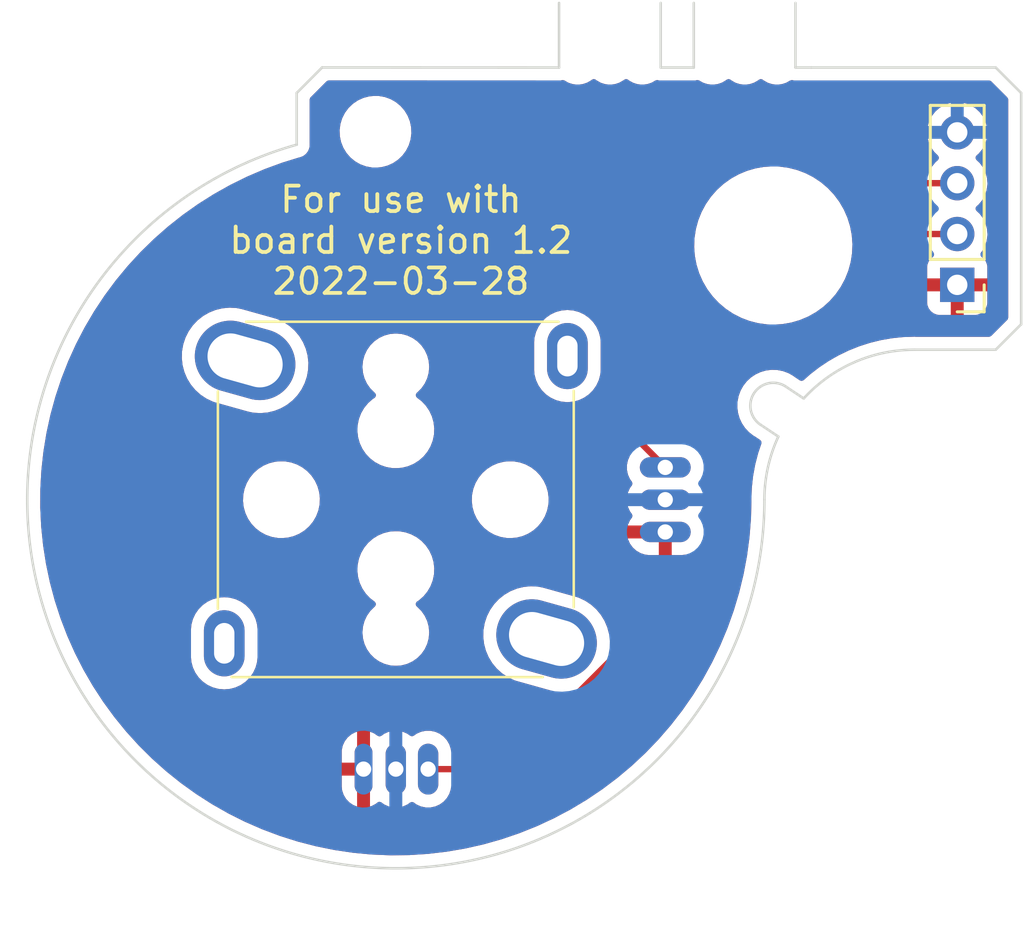
<source format=kicad_pcb>
(kicad_pcb (version 20221018) (generator pcbnew)
  (layers (0 "F.Cu" signal) (31 "B.Cu" signal) (36 "B.SilkS" user "B.Silkscreen") (37 "F.SilkS" user "F.Silkscreen") (38 "B.Mask" user) (39 "F.Mask" user) (44 "Edge.Cuts" user))
  (net 0 "")
  (net 1 "VCC")
  (net 2 "GND")
  (net 3 "Net-(J1-Pad2)")
  (net 4 "Net-(J1-Pad3)")
  (footprint "PhobGCC_Footprints:PinHeader_1x04_P2.00mm_Vertical" (layer "F.Cu") (at 116.867107 62.017107 180)
    (fp_text reference "J1" hide)
    (fp_text value "Conn_01x04_Male")
    (fp_line (start -1.06 -1.06) (end 0 -1.06) (stroke (width 0.12)) (layer "F.SilkS"))
    (fp_line (start -1.06 0) (end -1.06 -1.06) (stroke (width 0.12)) (layer "F.SilkS"))
    (fp_line (start -1.06 1) (end -1.06 7.06) (stroke (width 0.12)) (layer "F.SilkS"))
    (fp_line (start -1.06 1) (end 1.06 1) (stroke (width 0.12)) (layer "F.SilkS"))
    (fp_line (start -1.06 7.06) (end 1.06 7.06) (stroke (width 0.12)) (layer "F.SilkS"))
    (fp_line (start 1.06 1) (end 1.06 7.06) (stroke (width 0.12)) (layer "F.SilkS"))
    (pad "1" thru_hole rect (at 0 0 180) (size 1.35 1.35) (drill 0.8) (layers "*.Cu" "*.Mask") (net 1 "VCC"))
    (pad "2" thru_hole oval (at 0 2 180) (size 1.35 1.35) (drill 0.8) (layers "*.Cu" "*.Mask") (net 3 "Net-(J1-Pad2)"))
    (pad "3" thru_hole oval (at 0 4 180) (size 1.35 1.35) (drill 0.8) (layers "*.Cu" "*.Mask") (net 4 "Net-(J1-Pad3)"))
    (pad "4" thru_hole oval (at 0 6 180) (size 1.35 1.35) (drill 0.8) (layers "*.Cu" "*.Mask") (net 2 "GND"))
  )
  (footprint "PhobGCC_Footprints:breakaway-mousebites-double" (layer "F.Cu") (at 103.435107 53.464957)
    (fp_text reference "H5" hide)
    (fp_text value "MouseBite" hide)
    (fp_line (start -2.233 -2.537893) (end -2.233 0.002107) (stroke (width 0.1)) (layer "Edge.Cuts"))
    (fp_line (start 1.767 -2.537893) (end 1.767 0.002107) (stroke (width 0.1)) (layer "Edge.Cuts"))
    (pad "" np_thru_hole circle (at -1.5 -2.26085 180) (size 0.7874 0.7874) (drill 0.7874) (layers "*.Cu" "*.Mask"))
    (pad "" np_thru_hole circle (at -1.5 -0.23) (size 0.7874 0.7874) (drill 0.7874) (layers "*.Cu" "*.Mask"))
    (pad "" np_thru_hole circle (at -0.23 -2.26085 180) (size 0.7874 0.7874) (drill 0.7874) (layers "*.Cu" "*.Mask"))
    (pad "" np_thru_hole circle (at -0.23 -0.23) (size 0.7874 0.7874) (drill 0.7874) (layers "*.Cu" "*.Mask"))
    (pad "" np_thru_hole circle (at 1.04 -2.26085 180) (size 0.7874 0.7874) (drill 0.7874) (layers "*.Cu" "*.Mask"))
    (pad "" np_thru_hole circle (at 1.04 -0.23) (size 0.7874 0.7874) (drill 0.7874) (layers "*.Cu" "*.Mask"))
  )
  (footprint "PhobGCC_Footprints:MountingHole_1.8mm" (layer "F.Cu") (at 93.981107 55.993107)
    (fp_text reference "H1" hide)
    (fp_text value "MountingHole")
    (pad "" np_thru_hole circle (at 0 0) (size 1.8 1.8) (drill 1.8) (layers "*.Cu" "*.Mask"))
  )
  (footprint "PhobGCC_Footprints:MountingHole_2.0mm" (layer "F.Cu") (at 99.281107 70.468107)
    (fp_text reference "H4" hide)
    (fp_text value "MountingHole")
    (pad "" np_thru_hole circle (at 0 0) (size 2 2) (drill 2) (layers "*.Cu" "*.Mask"))
  )
  (footprint "PhobGCC_Footprints:breakaway-mousebites-double" (layer "F.Cu") (at 108.736107 53.464957)
    (fp_text reference "H6" hide)
    (fp_text value "MouseBite" hide)
    (fp_line (start -2.233 -2.537893) (end -2.233 0.002107) (stroke (width 0.1)) (layer "Edge.Cuts"))
    (fp_line (start 1.767 -2.537893) (end 1.767 0.002107) (stroke (width 0.1)) (layer "Edge.Cuts"))
    (pad "" np_thru_hole circle (at -1.5 -2.26085 180) (size 0.7874 0.7874) (drill 0.7874) (layers "*.Cu" "*.Mask"))
    (pad "" np_thru_hole circle (at -1.5 -0.23) (size 0.7874 0.7874) (drill 0.7874) (layers "*.Cu" "*.Mask"))
    (pad "" np_thru_hole circle (at -0.23 -2.26085 180) (size 0.7874 0.7874) (drill 0.7874) (layers "*.Cu" "*.Mask"))
    (pad "" np_thru_hole circle (at -0.23 -0.23) (size 0.7874 0.7874) (drill 0.7874) (layers "*.Cu" "*.Mask"))
    (pad "" np_thru_hole circle (at 1.04 -2.26085 180) (size 0.7874 0.7874) (drill 0.7874) (layers "*.Cu" "*.Mask"))
    (pad "" np_thru_hole circle (at 1.04 -0.23) (size 0.7874 0.7874) (drill 0.7874) (layers "*.Cu" "*.Mask"))
  )
  (footprint "PhobGCC_Footprints:GCC_Stickbox_Hall_Only" (layer "F.Cu") (at 94.781107 70.468107 180)
    (fp_text reference "U1" hide)
    (fp_text value "Stickbox_Assembly")
    (fp_line (start -7 -4.23) (end -7 4.28) (stroke (width 0.1)) (layer "F.SilkS"))
    (fp_line (start -6.4 7) (end 5.89 7) (stroke (width 0.1)) (layer "F.SilkS"))
    (fp_line (start -5.78 -6.98) (end 6.46 -6.98) (stroke (width 0.1)) (layer "F.SilkS"))
    (fp_line (start 7 -4.29) (end 7 4.26) (stroke (width 0.1)) (layer "F.SilkS"))
    (pad "" thru_hole oval (at -6.75 5.65 180) (size 1.6 2.6) (drill oval 0.8 1.6) (layers "*.Cu" "*.Mask"))
    (pad "" thru_hole oval (at -5.93 -5.48 254.4) (size 2.8 4) (drill oval 1.8 3) (layers "*.Cu" "*.Mask"))
    (pad "" np_thru_hole circle (at 0 -5.225 180) (size 1.6 1.6) (drill 1.6) (layers "*.Cu" "*.Mask"))
    (pad "" np_thru_hole circle (at 0 -2.75 180) (size 2 2) (drill 2) (layers "*.Cu" "*.Mask"))
    (pad "" np_thru_hole circle (at 0 2.75 180) (size 2 2) (drill 2) (layers "*.Cu" "*.Mask"))
    (pad "" np_thru_hole circle (at 0 5.225 180) (size 1.6 1.6) (drill 1.6) (layers "*.Cu" "*.Mask"))
    (pad "" thru_hole oval (at 5.93 5.48 254.4) (size 2.8 4) (drill oval 1.8 3) (layers "*.Cu" "*.Mask"))
    (pad "" thru_hole oval (at 6.75 -5.65 180) (size 1.6 2.6) (drill oval 0.8 1.6) (layers "*.Cu" "*.Mask"))
    (pad "1" thru_hole oval (at 1.27 -10.6 180) (size 0.7 2) (drill 0.6) (layers "*.Cu" "*.Mask") (net 1 "VCC"))
    (pad "2" thru_hole oval (at 0 -10.6 180) (size 0.8 2) (drill 0.6) (layers "*.Cu" "*.Mask") (net 2 "GND"))
    (pad "3" thru_hole oval (at -1.27 -10.6 180) (size 0.8 2) (drill 0.6) (layers "*.Cu" "*.Mask") (net 3 "Net-(J1-Pad2)"))
    (pad "4" thru_hole oval (at -10.6 -1.27 270) (size 0.8 2) (drill 0.6) (layers "*.Cu" "*.Mask") (net 1 "VCC"))
    (pad "5" thru_hole oval (at -10.6 0 270) (size 0.8 2) (drill 0.6) (layers "*.Cu" "*.Mask") (net 2 "GND"))
    (pad "6" thru_hole oval (at -10.6 1.27 270) (size 0.8 2) (drill 0.6) (layers "*.Cu" "*.Mask") (net 4 "Net-(J1-Pad3)"))
  )
  (footprint "PhobGCC_Footprints:MountingHole_2.0mm" (layer "F.Cu") (at 90.281107 70.468107)
    (fp_text reference "H3" hide)
    (fp_text value "MountingHole")
    (pad "" np_thru_hole circle (at 0 0) (size 2 2) (drill 2) (layers "*.Cu" "*.Mask"))
  )
  (footprint "PhobGCC_Footprints:MountingHole_5.2mm" (layer "F.Cu") (at 109.631107 60.468107)
    (fp_text reference "H2" hide)
    (fp_text value "MountingHole")
    (pad "" np_thru_hole circle (at 0 0) (size 5.2 5.2) (drill 5.2) (layers "*.Cu" "*.Mask"))
  )
  (gr_arc (start 109.281107 70.468107) (mid 86.014278 82.018547) (end 90.881107 56.502435) (stroke (width 0.1)) (layer "Edge.Cuts"))
  (gr_arc (start 109.128489 67.51867) (mid 108.878303 66.27075) (end 110.126207 66.020485) (stroke (width 0.1)) (layer "Edge.Cuts"))
  (gr_line (start 90.881107 54.468107) (end 90.881107 56.502435) (stroke (width 0.1)) (layer "Edge.Cuts"))
  (gr_line (start 105.202107 53.467064) (end 106.503107 53.467064) (stroke (width 0.1)) (layer "Edge.Cuts"))
  (gr_arc (start 109.281107 70.468107) (mid 109.419636 69.19676) (end 109.829 67.985176) (stroke (width 0.1)) (layer "Edge.Cuts"))
  (gr_line (start 115.181107 64.568107) (end 118.381107 64.568107) (stroke (width 0.1)) (layer "Edge.Cuts"))
  (gr_line (start 118.381107 64.568107) (end 119.381107 63.568107) (stroke (width 0.1)) (layer "Edge.Cuts"))
  (gr_arc (start 110.826717 66.48699) (mid 112.801738 65.06877) (end 115.181107 64.568107) (stroke (width 0.1)) (layer "Edge.Cuts"))
  (gr_line (start 110.826717 66.48699) (end 110.126207 66.020485) (stroke (width 0.1)) (layer "Edge.Cuts"))
  (gr_line (start 119.381107 63.568107) (end 119.381107 54.468107) (stroke (width 0.1)) (layer "Edge.Cuts"))
  (gr_line (start 111.125107 53.467107) (end 118.380659 53.467107) (stroke (width 0.1)) (layer "Edge.Cuts"))
  (gr_line (start 91.881107 53.464214) (end 90.881107 54.468107) (stroke (width 0.1)) (layer "Edge.Cuts"))
  (gr_line (start 111.125107 53.467107) (end 110.503107 53.467064) (stroke (width 0.1)) (layer "Edge.Cuts"))
  (gr_line (start 119.381107 54.468107) (end 118.380659 53.467107) (stroke (width 0.1)) (layer "Edge.Cuts"))
  (gr_line (start 101.202107 53.467064) (end 91.881107 53.464214) (stroke (width 0.1)) (layer "Edge.Cuts"))
  (gr_line (start 109.128489 67.51867) (end 109.829 67.985176) (stroke (width 0.1)) (layer "Edge.Cuts"))
  (gr_text "For use with\nboard version 1.2\n2022-03-28" (at 94.981107 60.268107) (layer "F.SilkS") (effects (font (size 1 1))))
  (segment (start 105.031107 57.718107) (end 106.531107 56.218107) (width 0.25) (layer "F.Cu") (net 3))
  (segment (start 98.951018 81.068107) (end 107.281107 72.738018) (width 0.25) (layer "F.Cu") (net 3))
  (segment (start 115.332107 60.017107) (end 116.867107 60.017107) (width 0.25) (layer "F.Cu") (net 3))
  (segment (start 96.051107 81.068107) (end 98.951018 81.068107) (width 0.25) (layer "F.Cu") (net 3))
  (segment (start 106.531107 56.218107) (end 111.531107 56.218107) (width 0.25) (layer "F.Cu") (net 3))
  (segment (start 107.281107 72.738018) (end 107.281107 68.718107) (width 0.25) (layer "F.Cu") (net 3))
  (segment (start 111.531107 56.218107) (end 115.331107 60.018107) (width 0.25) (layer "F.Cu") (net 3))
  (segment (start 107.281107 68.718107) (end 105.031107 66.468107) (width 0.25) (layer "F.Cu") (net 3))
  (segment (start 105.031107 66.468107) (end 105.031107 57.718107) (width 0.25) (layer "F.Cu") (net 3))
  (segment (start 115.331107 60.018107) (end 115.332107 60.017107) (width 0.25) (layer "F.Cu") (net 3))
  (segment (start 104.281107 68.098107) (end 104.281107 57.468107) (width 0.25) (layer "F.Cu") (net 4))
  (segment (start 114.331107 58.018107) (end 114.332107 58.017107) (width 0.25) (layer "F.Cu") (net 4))
  (segment (start 111.781107 55.468107) (end 114.331107 58.018107) (width 0.25) (layer "F.Cu") (net 4))
  (segment (start 114.332107 58.017107) (end 116.867107 58.017107) (width 0.25) (layer "F.Cu") (net 4))
  (segment (start 104.281107 57.468107) (end 106.281107 55.468107) (width 0.25) (layer "F.Cu") (net 4))
  (segment (start 106.281107 55.468107) (end 111.781107 55.468107) (width 0.25) (layer "F.Cu") (net 4))
  (segment (start 105.381107 69.198107) (end 104.281107 68.098107) (width 0.25) (layer "F.Cu") (net 4))
  (zone (net 1) (net_name "VCC") (layer "F.Cu") (connect_pads (clearance 0.508)) (min_thickness 0.254) (fill yes (thermal_gap 0.508) (thermal_bridge_width 0.508))
    (polygon (pts (xy 119.227107 86.847107) (xy 79.397107 86.643107) (xy 79.659107 53.270107) (xy 119.365107 53.353107)))
  )
  (zone (net 2) (net_name "GND") (layer "B.Cu") (connect_pads (clearance 0.508)) (min_thickness 0.254) (fill yes (thermal_gap 0.508) (thermal_bridge_width 0.508))
    (polygon (pts (xy 119.207107 86.877107) (xy 79.209107 87.520107) (xy 79.460107 53.186107) (xy 119.377107 53.327107)))
  )
)
</source>
